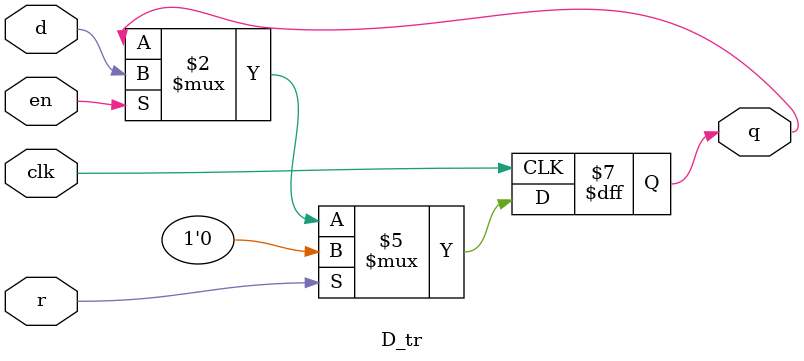
<source format=v>
module D_tr(d,clk,r,q,en);
	parameter N = 1;
	input[N-1:0] d;
	input clk, r, en;
	output[N-1:0] q;

	reg[N-1:0] q;

	always @(posedge clk)
	begin
		if(r)
			q<=0;
		else if(en)
			q<=d;
	end
endmodule
</source>
